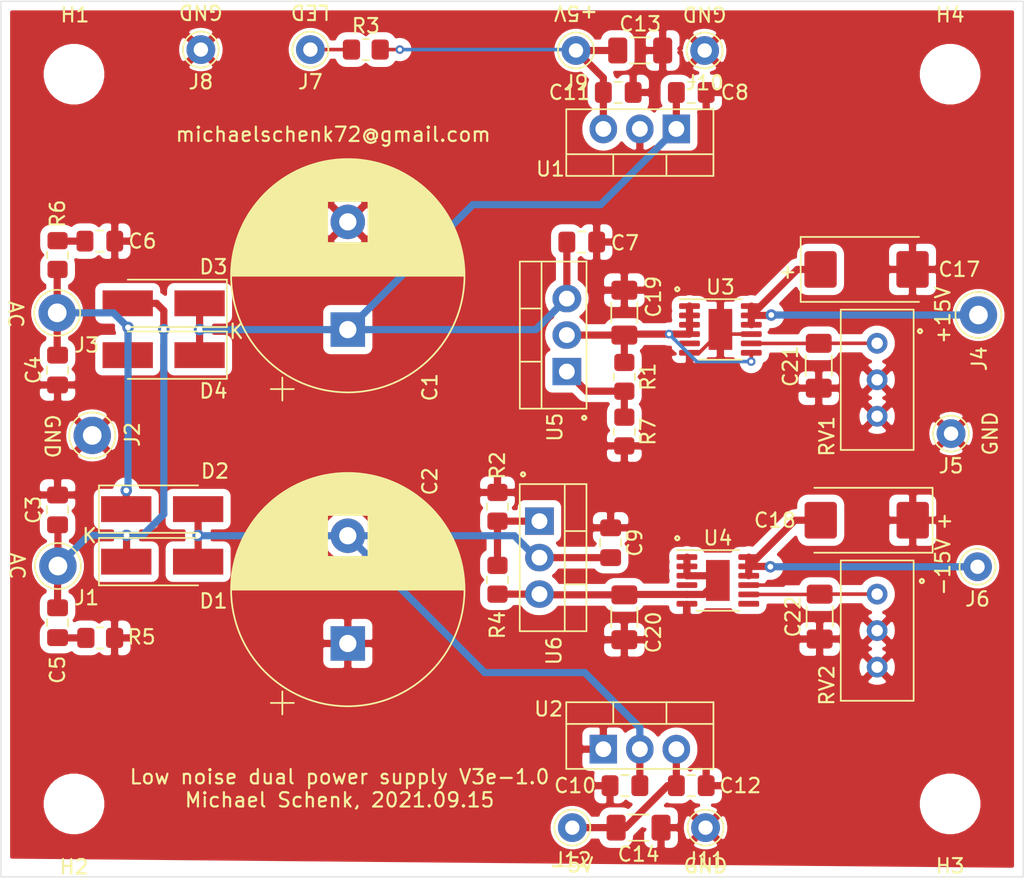
<source format=kicad_pcb>
(kicad_pcb (version 20171130) (host pcbnew "(5.1.10-1-10_14)")
  (layers (0 F.Cu signal) (31 B.Cu signal) (34 B.Paste user) (35 F.Paste user) (36 B.SilkS user) (37 F.SilkS user) (38 B.Mask user) (39 F.Mask user) (44 Edge.Cuts user))
  (net 0 "")
  (net 1 GND)
  (net 2 "Net-(C1-Pad1)")
  (net 3 "Net-(C4-Pad2)")
  (net 4 "Net-(C10-Pad2)")
  (net 5 "Net-(C11-Pad1)")
  (net 6 "Net-(C12-Pad2)")
  (net 7 "Net-(J7-Pad1)")
  (net 8 "Net-(C17-Pad1)")
  (net 9 "Net-(C18-Pad2)")
  (net 10 "Net-(C3-Pad1)")
  (net 11 "Net-(C5-Pad2)")
  (net 12 "Net-(C6-Pad2)")
  (net 13 "Net-(C19-Pad1)")
  (net 14 "Net-(C20-Pad2)")
  (net 15 "Net-(C21-Pad1)")
  (net 16 "Net-(C22-Pad2)")
  (net 17 "Net-(R1-Pad2)")
  (net 18 "Net-(R2-Pad2)")
  (module Connector_Pin:Pin_D1.0mm_L10.0mm (layer F.Cu) (at 119.761 85.471)
    (fp_text reference J12 (at 0 2.25) (layer F.SilkS))
    (fp_text value -5V)
    (pad 1 thru_hole circle (at 0 0) (size 2 2) (drill 1) (layers *.Cu *.Mask) (net 6 "Net-(C12-Pad2)"))
  )
  (module Connector_Pin:Pin_D1.0mm_L10.0mm (layer F.Cu) (at 129.032 85.471)
    (fp_text reference J11 (at 0 2.25) (layer F.SilkS))
    (fp_text value GND)
    (pad 1 thru_hole circle (at 0 0) (size 2 2) (drill 1) (layers *.Cu *.Mask) (net 1 GND))
  )
  (module Connector_Pin:Pin_D1.0mm_L10.0mm (layer F.Cu) (at 128.9685 31.369)
    (fp_text reference J10 (at 0 2.25) (layer F.SilkS))
    (fp_text value GND)
    (pad 1 thru_hole circle (at 0 0) (size 2 2) (drill 1) (layers *.Cu *.Mask) (net 1 GND))
  )
  (module Connector_Pin:Pin_D1.0mm_L10.0mm (layer F.Cu) (at 120.015 31.369)
    (fp_text reference J9 (at 0 2.25) (layer F.SilkS))
    (fp_text value +5V)
    (pad 1 thru_hole circle (at 0 0) (size 2 2) (drill 1) (layers *.Cu *.Mask) (net 5 "Net-(C11-Pad1)"))
  )
  (module Connector_Pin:Pin_D1.0mm_L10.0mm (layer F.Cu) (at 93.9165 31.3055)
    (fp_text reference J8 (at 0 2.25) (layer F.SilkS))
    (fp_text value GND)
    (pad 1 thru_hole circle (at 0 0) (size 2 2) (drill 1) (layers *.Cu *.Mask) (net 1 GND))
  )
  (module Connector_Pin:Pin_D1.0mm_L10.0mm (layer F.Cu) (at 101.5365 31.3055)
    (fp_text reference J7 (at 0 2.25) (layer F.SilkS))
    (fp_text value LED)
    (pad 1 thru_hole circle (at 0 0) (size 2 2) (drill 1) (layers *.Cu *.Mask) (net 7 "Net-(J7-Pad1)"))
  )
  (module Connector_Pin:Pin_D1.0mm_L10.0mm (layer F.Cu) (at 147.955 67.31)
    (fp_text reference J6 (at 0 2.25) (layer F.SilkS))
    (fp_text value -15V)
    (pad 1 thru_hole circle (at 0 0) (size 2 2) (drill 1) (layers *.Cu *.Mask) (net 9 "Net-(C18-Pad2)"))
  )
  (module Connector_Pin:Pin_D1.0mm_L10.0mm (layer F.Cu) (at 146.1135 58.039)
    (fp_text reference J5 (at 0 2.25) (layer F.SilkS))
    (fp_text value GND)
    (pad 1 thru_hole circle (at 0 0) (size 2 2) (drill 1) (layers *.Cu *.Mask) (net 1 GND))
  )
  (module Resistor_SMD:R_0805_2012Metric_Pad1.20x1.40mm_HandSolder (layer F.Cu) (at 114.554 68.215 270)
    (fp_text reference R4 (at 3.159 0 90) (layer F.SilkS))
    (fp_text value 270R)
    (pad 2 smd roundrect (at 1 0 270) (size 1.2 1.4) (layers F.Cu F.Paste F.Mask) (roundrect_rratio 0.2083325) (net 14 "Net-(C20-Pad2)"))
    (pad 1 smd roundrect (at -1 0 270) (size 1.2 1.4) (layers F.Cu F.Paste F.Mask) (roundrect_rratio 0.2083325) (net 18 "Net-(R2-Pad2)"))
  )
  (module Resistor_SMD:R_0805_2012Metric_Pad1.20x1.40mm_HandSolder (layer F.Cu) (at 114.554 63.135 270)
    (fp_text reference R2 (at -2.8735 0 90) (layer F.SilkS))
    (fp_text value 3k3)
    (pad 2 smd roundrect (at 1 0 270) (size 1.2 1.4) (layers F.Cu F.Paste F.Mask) (roundrect_rratio 0.2083325) (net 18 "Net-(R2-Pad2)"))
    (pad 1 smd roundrect (at -1 0 270) (size 1.2 1.4) (layers F.Cu F.Paste F.Mask) (roundrect_rratio 0.2083325) (net 1 GND))
  )
  (module Package_TO_SOT_THT:TO-220-3_Vertical (layer F.Cu) (at 117.475 64.135 270)
    (fp_text reference U6 (at 9.017 -1.016 90) (layer F.SilkS))
    (fp_text value LM337_TO220)
    (pad 3 thru_hole oval (at 5.08 0 270) (size 1.905 2) (drill 1.1) (layers *.Cu *.Mask) (net 14 "Net-(C20-Pad2)"))
    (pad 2 thru_hole oval (at 2.54 0 270) (size 1.905 2) (drill 1.1) (layers *.Cu *.Mask) (net 4 "Net-(C10-Pad2)"))
    (pad 1 thru_hole rect (at 0 0 270) (size 1.905 2) (drill 1.1) (layers *.Cu *.Mask) (net 18 "Net-(R2-Pad2)"))
  )
  (module Package_TO_SOT_THT:TO-220-3_Vertical (layer F.Cu) (at 119.38 53.721 90)
    (fp_text reference U5 (at -3.8735 -0.8255 90) (layer F.SilkS))
    (fp_text value LM317_TO-220)
    (pad 3 thru_hole oval (at 5.08 0 90) (size 1.905 2) (drill 1.1) (layers *.Cu *.Mask) (net 2 "Net-(C1-Pad1)"))
    (pad 2 thru_hole oval (at 2.54 0 90) (size 1.905 2) (drill 1.1) (layers *.Cu *.Mask) (net 13 "Net-(C19-Pad1)"))
    (pad 1 thru_hole rect (at 0 0 90) (size 1.905 2) (drill 1.1) (layers *.Cu *.Mask) (net 17 "Net-(R1-Pad2)"))
  )
  (module Resistor_SMD:R_0805_2012Metric_Pad1.20x1.40mm_HandSolder (layer F.Cu) (at 123.3805 57.896 270)
    (fp_text reference R7 (at 0 -1.65 90) (layer F.SilkS))
    (fp_text value 3k3)
    (pad 2 smd roundrect (at 1 0 270) (size 1.2 1.4) (layers F.Cu F.Paste F.Mask) (roundrect_rratio 0.2083325) (net 1 GND))
    (pad 1 smd roundrect (at -1 0 270) (size 1.2 1.4) (layers F.Cu F.Paste F.Mask) (roundrect_rratio 0.2083325) (net 17 "Net-(R1-Pad2)"))
  )
  (module Resistor_SMD:R_0805_2012Metric_Pad1.20x1.40mm_HandSolder (layer F.Cu) (at 123.3805 54.086 270)
    (fp_text reference R1 (at 0 -1.65 90) (layer F.SilkS))
    (fp_text value 270R)
    (pad 2 smd roundrect (at 1 0 270) (size 1.2 1.4) (layers F.Cu F.Paste F.Mask) (roundrect_rratio 0.2083325) (net 17 "Net-(R1-Pad2)"))
    (pad 1 smd roundrect (at -1 0 270) (size 1.2 1.4) (layers F.Cu F.Paste F.Mask) (roundrect_rratio 0.2083325) (net 13 "Net-(C19-Pad1)"))
  )
  (module Capacitor_SMD:C_1206_3216Metric_Pad1.33x1.80mm_HandSolder (layer F.Cu) (at 124.3715 85.471 180)
    (fp_text reference C14 (at 0 -1.85) (layer F.SilkS))
    (fp_text value 10uF/25V)
    (pad 2 smd roundrect (at 1.5625 0 180) (size 1.325 1.8) (layers F.Cu F.Paste F.Mask) (roundrect_rratio 0.1886777358490566) (net 6 "Net-(C12-Pad2)"))
    (pad 1 smd roundrect (at -1.5625 0 180) (size 1.325 1.8) (layers F.Cu F.Paste F.Mask) (roundrect_rratio 0.1886777358490566) (net 1 GND))
  )
  (module Capacitor_SMD:C_1206_3216Metric_Pad1.33x1.80mm_HandSolder (layer F.Cu) (at 124.485 31.369)
    (fp_text reference C13 (at 0 -1.85) (layer F.SilkS))
    (fp_text value 10uF/25V)
    (pad 2 smd roundrect (at 1.5625 0) (size 1.325 1.8) (layers F.Cu F.Paste F.Mask) (roundrect_rratio 0.1886777358490566) (net 1 GND))
    (pad 1 smd roundrect (at -1.5625 0) (size 1.325 1.8) (layers F.Cu F.Paste F.Mask) (roundrect_rratio 0.1886777358490566) (net 5 "Net-(C11-Pad1)"))
  )
  (module Capacitor_SMD:C_0805_2012Metric_Pad1.18x1.45mm_HandSolder (layer F.Cu) (at 122.9575 34.29)
    (fp_text reference C11 (at -3.387 0) (layer F.SilkS))
    (fp_text value 100nF)
    (pad 2 smd roundrect (at 1.0375 0) (size 1.175 1.45) (layers F.Cu F.Paste F.Mask) (roundrect_rratio 0.2127659574468085) (net 1 GND))
    (pad 1 smd roundrect (at -1.0375 0) (size 1.175 1.45) (layers F.Cu F.Paste F.Mask) (roundrect_rratio 0.2127659574468085) (net 5 "Net-(C11-Pad1)"))
  )
  (module Resistor_SMD:R_0805_2012Metric_Pad1.20x1.40mm_HandSolder (layer F.Cu) (at 83.947 45.609 270)
    (fp_text reference R6 (at -2.8735 0 90) (layer F.SilkS))
    (fp_text value Rs/1/8W)
    (pad 2 smd roundrect (at 1 0 270) (size 1.2 1.4) (layers F.Cu F.Paste F.Mask) (roundrect_rratio 0.2083325) (net 3 "Net-(C4-Pad2)"))
    (pad 1 smd roundrect (at -1 0 270) (size 1.2 1.4) (layers F.Cu F.Paste F.Mask) (roundrect_rratio 0.2083325) (net 12 "Net-(C6-Pad2)"))
  )
  (module Resistor_SMD:R_0805_2012Metric_Pad1.20x1.40mm_HandSolder (layer F.Cu) (at 86.9155 72.263)
    (fp_text reference R5 (at 2.8735 -0.0635) (layer F.SilkS))
    (fp_text value Rs/1/8W)
    (pad 2 smd roundrect (at 1 0) (size 1.2 1.4) (layers F.Cu F.Paste F.Mask) (roundrect_rratio 0.2083325) (net 1 GND))
    (pad 1 smd roundrect (at -1 0) (size 1.2 1.4) (layers F.Cu F.Paste F.Mask) (roundrect_rratio 0.2083325) (net 11 "Net-(C5-Pad2)"))
  )
  (module Capacitor_SMD:C_1206_3216Metric_Pad1.33x1.80mm_HandSolder (layer F.Cu) (at 136.9695 70.7775 90)
    (fp_text reference C22 (at 0 -1.85 90) (layer F.SilkS))
    (fp_text value 4.7uF/25V)
    (pad 2 smd roundrect (at 1.5625 0 90) (size 1.325 1.8) (layers F.Cu F.Paste F.Mask) (roundrect_rratio 0.1886777358490566) (net 16 "Net-(C22-Pad2)"))
    (pad 1 smd roundrect (at -1.5625 0 90) (size 1.325 1.8) (layers F.Cu F.Paste F.Mask) (roundrect_rratio 0.1886777358490566) (net 1 GND))
  )
  (module Capacitor_SMD:C_1206_3216Metric_Pad1.33x1.80mm_HandSolder (layer F.Cu) (at 136.906 53.315 270)
    (fp_text reference C21 (at 0.025 1.9685 90) (layer F.SilkS))
    (fp_text value 4.7uF/25V)
    (pad 2 smd roundrect (at 1.5625 0 270) (size 1.325 1.8) (layers F.Cu F.Paste F.Mask) (roundrect_rratio 0.1886777358490566) (net 1 GND))
    (pad 1 smd roundrect (at -1.5625 0 270) (size 1.325 1.8) (layers F.Cu F.Paste F.Mask) (roundrect_rratio 0.1886777358490566) (net 15 "Net-(C21-Pad1)"))
  )
  (module Capacitor_SMD:C_1206_3216Metric_Pad1.33x1.80mm_HandSolder (layer F.Cu) (at 123.3805 70.8275 90)
    (fp_text reference C20 (at -1.0545 2.032 90) (layer F.SilkS))
    (fp_text value 4.7uF/25V)
    (pad 2 smd roundrect (at 1.5625 0 90) (size 1.325 1.8) (layers F.Cu F.Paste F.Mask) (roundrect_rratio 0.1886777358490566) (net 14 "Net-(C20-Pad2)"))
    (pad 1 smd roundrect (at -1.5625 0 90) (size 1.325 1.8) (layers F.Cu F.Paste F.Mask) (roundrect_rratio 0.1886777358490566) (net 1 GND))
  )
  (module Capacitor_SMD:C_1206_3216Metric_Pad1.33x1.80mm_HandSolder (layer F.Cu) (at 123.3805 49.6185 90)
    (fp_text reference C19 (at 1.1045 2.032 90) (layer F.SilkS))
    (fp_text value 4.7uF/25V)
    (pad 2 smd roundrect (at 1.5625 0 90) (size 1.325 1.8) (layers F.Cu F.Paste F.Mask) (roundrect_rratio 0.1886777358490566) (net 1 GND))
    (pad 1 smd roundrect (at -1.5625 0 90) (size 1.325 1.8) (layers F.Cu F.Paste F.Mask) (roundrect_rratio 0.1886777358490566) (net 13 "Net-(C19-Pad1)"))
  )
  (module Capacitor_SMD:C_0805_2012Metric_Pad1.18x1.45mm_HandSolder (layer F.Cu) (at 122.428 65.6375 270)
    (fp_text reference C9 (at 0 -1.68 90) (layer F.SilkS))
    (fp_text value 330nF)
    (pad 2 smd roundrect (at 1.0375 0 270) (size 1.175 1.45) (layers F.Cu F.Paste F.Mask) (roundrect_rratio 0.2127659574468085) (net 4 "Net-(C10-Pad2)"))
    (pad 1 smd roundrect (at -1.0375 0 270) (size 1.175 1.45) (layers F.Cu F.Paste F.Mask) (roundrect_rratio 0.2127659574468085) (net 1 GND))
  )
  (module Capacitor_SMD:C_0805_2012Metric_Pad1.18x1.45mm_HandSolder (layer F.Cu) (at 120.4175 44.704)
    (fp_text reference C7 (at 3.006 0.0635) (layer F.SilkS))
    (fp_text value 330nF)
    (pad 2 smd roundrect (at 1.0375 0) (size 1.175 1.45) (layers F.Cu F.Paste F.Mask) (roundrect_rratio 0.2127659574468085) (net 1 GND))
    (pad 1 smd roundrect (at -1.0375 0) (size 1.175 1.45) (layers F.Cu F.Paste F.Mask) (roundrect_rratio 0.2127659574468085) (net 2 "Net-(C1-Pad1)"))
  )
  (module Capacitor_SMD:C_0805_2012Metric_Pad1.18x1.45mm_HandSolder (layer F.Cu) (at 86.8895 44.6405 180)
    (fp_text reference C6 (at -2.963 0) (layer F.SilkS))
    (fp_text value Cs/50V)
    (pad 2 smd roundrect (at 1.0375 0 180) (size 1.175 1.45) (layers F.Cu F.Paste F.Mask) (roundrect_rratio 0.2127659574468085) (net 12 "Net-(C6-Pad2)"))
    (pad 1 smd roundrect (at -1.0375 0 180) (size 1.175 1.45) (layers F.Cu F.Paste F.Mask) (roundrect_rratio 0.2127659574468085) (net 1 GND))
  )
  (module Capacitor_SMD:C_0805_2012Metric_Pad1.18x1.45mm_HandSolder (layer F.Cu) (at 83.947 71.205 270)
    (fp_text reference C5 (at 3.2805 0 90) (layer F.SilkS))
    (fp_text value Cs/50V)
    (pad 2 smd roundrect (at 1.0375 0 270) (size 1.175 1.45) (layers F.Cu F.Paste F.Mask) (roundrect_rratio 0.2127659574468085) (net 11 "Net-(C5-Pad2)"))
    (pad 1 smd roundrect (at -1.0375 0 270) (size 1.175 1.45) (layers F.Cu F.Paste F.Mask) (roundrect_rratio 0.2127659574468085) (net 10 "Net-(C3-Pad1)"))
  )
  (module Capacitor_SMD:C_0805_2012Metric_Pad1.18x1.45mm_HandSolder (layer F.Cu) (at 83.947 53.6155 90)
    (fp_text reference C4 (at 0 -1.68 90) (layer F.SilkS))
    (fp_text value Cx/10nF/50V)
    (pad 2 smd roundrect (at 1.0375 0 90) (size 1.175 1.45) (layers F.Cu F.Paste F.Mask) (roundrect_rratio 0.2127659574468085) (net 3 "Net-(C4-Pad2)"))
    (pad 1 smd roundrect (at -1.0375 0 90) (size 1.175 1.45) (layers F.Cu F.Paste F.Mask) (roundrect_rratio 0.2127659574468085) (net 1 GND))
  )
  (module Capacitor_SMD:C_0805_2012Metric_Pad1.18x1.45mm_HandSolder (layer F.Cu) (at 83.947 63.3515 90)
    (fp_text reference C3 (at 0 -1.68 90) (layer F.SilkS))
    (fp_text value Cx/10nF/50V)
    (pad 2 smd roundrect (at 1.0375 0 90) (size 1.175 1.45) (layers F.Cu F.Paste F.Mask) (roundrect_rratio 0.2127659574468085) (net 1 GND))
    (pad 1 smd roundrect (at -1.0375 0 90) (size 1.175 1.45) (layers F.Cu F.Paste F.Mask) (roundrect_rratio 0.2127659574468085) (net 10 "Net-(C3-Pad1)"))
  )
  (module Capacitor_Tantalum_SMD:CP_EIA-7343-31_Kemet-D_Pad2.25x2.55mm_HandSolder (layer F.Cu) (at 140.2465 64.0715 180)
    (fp_text reference C18 (at 6.3885 0) (layer F.SilkS))
    (fp_text value 33uF)
    (pad 2 smd roundrect (at 3.2 0 180) (size 2.25 2.55) (layers F.Cu F.Paste F.Mask) (roundrect_rratio 0.1111106666666667) (net 9 "Net-(C18-Pad2)"))
    (pad 1 smd roundrect (at -3.2 0 180) (size 2.25 2.55) (layers F.Cu F.Paste F.Mask) (roundrect_rratio 0.1111106666666667) (net 1 GND))
  )
  (module Capacitor_Tantalum_SMD:CP_EIA-7343-31_Kemet-D_Pad2.25x2.55mm_HandSolder (layer F.Cu) (at 140.233 46.609)
    (fp_text reference C17 (at 6.452 0) (layer F.SilkS))
    (fp_text value 33uF)
    (pad 2 smd roundrect (at 3.2 0) (size 2.25 2.55) (layers F.Cu F.Paste F.Mask) (roundrect_rratio 0.1111106666666667) (net 1 GND))
    (pad 1 smd roundrect (at -3.2 0) (size 2.25 2.55) (layers F.Cu F.Paste F.Mask) (roundrect_rratio 0.1111106666666667) (net 8 "Net-(C17-Pad1)"))
  )
  (module Package_TO_SOT_THT:TO-220-3_Vertical (layer F.Cu) (at 121.92 80.01)
    (fp_text reference U2 (at -3.81 -2.794) (layer F.SilkS))
    (fp_text value LM7905_TO220)
    (pad 3 thru_hole oval (at 5.08 0) (size 1.905 2) (drill 1.1) (layers *.Cu *.Mask) (net 6 "Net-(C12-Pad2)"))
    (pad 2 thru_hole oval (at 2.54 0) (size 1.905 2) (drill 1.1) (layers *.Cu *.Mask) (net 4 "Net-(C10-Pad2)"))
    (pad 1 thru_hole rect (at 0 0) (size 1.905 2) (drill 1.1) (layers *.Cu *.Mask) (net 1 GND))
  )
  (module Package_TO_SOT_THT:TO-220-3_Vertical (layer F.Cu) (at 127 36.83 180)
    (fp_text reference U1 (at 8.763 -2.794) (layer F.SilkS))
    (fp_text value LM7805_TO220)
    (pad 3 thru_hole oval (at 5.08 0 180) (size 1.905 2) (drill 1.1) (layers *.Cu *.Mask) (net 5 "Net-(C11-Pad1)"))
    (pad 2 thru_hole oval (at 2.54 0 180) (size 1.905 2) (drill 1.1) (layers *.Cu *.Mask) (net 1 GND))
    (pad 1 thru_hole rect (at 0 0 180) (size 1.905 2) (drill 1.1) (layers *.Cu *.Mask) (net 2 "Net-(C1-Pad1)"))
  )
  (module Diode_SMD:D_SMA_Handsoldering (layer F.Cu) (at 91.3276 52.578 180)
    (fp_text reference D4 (at -3.4652 -2.5) (layer F.SilkS))
    (fp_text value BYG20D)
    (pad 2 smd rect (at 2.5 0 180) (size 3.5 1.8) (layers F.Cu F.Paste F.Mask) (net 3 "Net-(C4-Pad2)"))
    (pad 1 smd rect (at -2.5 0 180) (size 3.5 1.8) (layers F.Cu F.Paste F.Mask) (net 2 "Net-(C1-Pad1)"))
  )
  (module Diode_SMD:D_SMA_Handsoldering (layer F.Cu) (at 91.3276 48.9712 180)
    (fp_text reference D3 (at -3.4652 2.54) (layer F.SilkS))
    (fp_text value BYG20D)
    (pad 2 smd rect (at 2.5 0 180) (size 3.5 1.8) (layers F.Cu F.Paste F.Mask) (net 10 "Net-(C3-Pad1)"))
    (pad 1 smd rect (at -2.5 0 180) (size 3.5 1.8) (layers F.Cu F.Paste F.Mask) (net 2 "Net-(C1-Pad1)"))
  )
  (module Diode_SMD:D_SMA_Handsoldering (layer F.Cu) (at 91.226 63.2968)
    (fp_text reference D2 (at 3.6684 -2.6416) (layer F.SilkS))
    (fp_text value BYG20D)
    (pad 2 smd rect (at 2.5 0) (size 3.5 1.8) (layers F.Cu F.Paste F.Mask) (net 4 "Net-(C10-Pad2)"))
    (pad 1 smd rect (at -2.5 0) (size 3.5 1.8) (layers F.Cu F.Paste F.Mask) (net 3 "Net-(C4-Pad2)"))
  )
  (module Diode_SMD:D_SMA_Handsoldering (layer F.Cu) (at 91.226 66.9544)
    (fp_text reference D1 (at 3.5668 2.7432) (layer F.SilkS))
    (fp_text value BYG20D)
    (pad 2 smd rect (at 2.5 0) (size 3.5 1.8) (layers F.Cu F.Paste F.Mask) (net 4 "Net-(C10-Pad2)"))
    (pad 1 smd rect (at -2.5 0) (size 3.5 1.8) (layers F.Cu F.Paste F.Mask) (net 10 "Net-(C3-Pad1)"))
  )
  (module Package_SO:MSOP-12-1EP_3x4mm_P0.65mm_EP1.65x2.85mm (layer F.Cu) (at 129.8866 68.2619)
    (fp_text reference U4 (at 0 -2.95) (layer F.SilkS))
    (fp_text value LT3094xMSE)
    (pad 13 smd rect (at 0 0) (size 1.65 2.85) (layers F.Cu F.Mask) (net 14 "Net-(C20-Pad2)"))
    (pad 12 smd roundrect (at 2.15 -1.625) (size 1.45 0.4) (layers F.Cu F.Paste F.Mask) (net 9 "Net-(C18-Pad2)"))
    (pad 11 smd roundrect (at 2.15 -0.975) (size 1.45 0.4) (layers F.Cu F.Paste F.Mask) (net 9 "Net-(C18-Pad2)"))
    (pad 10 smd roundrect (at 2.15 -0.325) (size 1.45 0.4) (layers F.Cu F.Paste F.Mask) (net 9 "Net-(C18-Pad2)"))
    (pad 9 smd roundrect (at 2.15 0.325) (size 1.45 0.4) (layers F.Cu F.Paste F.Mask) (net 1 GND))
    (pad 8 smd roundrect (at 2.15 0.975) (size 1.45 0.4) (layers F.Cu F.Paste F.Mask) (net 16 "Net-(C22-Pad2)"))
    (pad 7 smd roundrect (at 2.15 1.625) (size 1.45 0.4) (layers F.Cu F.Paste F.Mask))
    (pad 6 smd roundrect (at -2.15 1.625) (size 1.45 0.4) (layers F.Cu F.Paste F.Mask) (net 1 GND))
    (pad 5 smd roundrect (at -2.15 0.975) (size 1.45 0.4) (layers F.Cu F.Paste F.Mask) (net 14 "Net-(C20-Pad2)"))
    (pad 4 smd roundrect (at -2.15 0.325) (size 1.45 0.4) (layers F.Cu F.Paste F.Mask))
    (pad 3 smd roundrect (at -2.15 -0.325) (size 1.45 0.4) (layers F.Cu F.Paste F.Mask) (net 14 "Net-(C20-Pad2)"))
    (pad 2 smd roundrect (at -2.15 -0.975) (size 1.45 0.4) (layers F.Cu F.Paste F.Mask) (net 14 "Net-(C20-Pad2)"))
    (pad 1 smd roundrect (at -2.15 -1.625) (size 1.45 0.4) (layers F.Cu F.Paste F.Mask) (net 14 "Net-(C20-Pad2)"))
  )
  (module Capacitor_THT:CP_Radial_D16.0mm_P7.50mm (layer F.Cu) (at 104.14 72.651 90)
    (fp_text reference C2 (at 11.2846 5.715 90) (layer F.SilkS))
    (fp_text value 2200uF)
    (pad 2 thru_hole circle (at 7.5 0 90) (size 2.4 2.4) (drill 1.2) (layers *.Cu *.Mask) (net 4 "Net-(C10-Pad2)"))
    (pad 1 thru_hole rect (at 0 0 90) (size 2.4 2.4) (drill 1.2) (layers *.Cu *.Mask) (net 1 GND))
  )
  (module Capacitor_THT:CP_Radial_D16.0mm_P7.50mm (layer F.Cu) (at 104.14 50.8 90)
    (fp_text reference C1 (at -4.0132 5.715 90) (layer F.SilkS))
    (fp_text value 2200uF)
    (pad 2 thru_hole circle (at 7.5 0 90) (size 2.4 2.4) (drill 1.2) (layers *.Cu *.Mask) (net 1 GND))
    (pad 1 thru_hole rect (at 0 0 90) (size 2.4 2.4) (drill 1.2) (layers *.Cu *.Mask) (net 2 "Net-(C1-Pad1)"))
  )
  (module Resistor_SMD:R_0805_2012Metric_Pad1.20x1.40mm_HandSolder (layer F.Cu) (at 105.394 31.3055)
    (fp_text reference R3 (at 0 -1.65) (layer F.SilkS))
    (fp_text value 240R)
    (pad 2 smd roundrect (at 1 0) (size 1.2 1.4) (layers F.Cu F.Paste F.Mask) (roundrect_rratio 0.2083325) (net 5 "Net-(C11-Pad1)"))
    (pad 1 smd roundrect (at -1 0) (size 1.2 1.4) (layers F.Cu F.Paste F.Mask) (roundrect_rratio 0.2083325) (net 7 "Net-(J7-Pad1)"))
  )
  (module Capacitor_SMD:C_0805_2012Metric_Pad1.18x1.45mm_HandSolder (layer F.Cu) (at 128.0375 82.55 180)
    (fp_text reference C12 (at -3.4075 0) (layer F.SilkS))
    (fp_text value 100nF)
    (pad 2 smd roundrect (at 1.0375 0 180) (size 1.175 1.45) (layers F.Cu F.Paste F.Mask) (roundrect_rratio 0.2127659574468085) (net 6 "Net-(C12-Pad2)"))
    (pad 1 smd roundrect (at -1.0375 0 180) (size 1.175 1.45) (layers F.Cu F.Paste F.Mask) (roundrect_rratio 0.2127659574468085) (net 1 GND))
  )
  (module Capacitor_SMD:C_0805_2012Metric_Pad1.18x1.45mm_HandSolder (layer F.Cu) (at 123.4225 82.55)
    (fp_text reference C10 (at -3.471 0) (layer F.SilkS))
    (fp_text value 330nF)
    (pad 2 smd roundrect (at 1.0375 0) (size 1.175 1.45) (layers F.Cu F.Paste F.Mask) (roundrect_rratio 0.2127659574468085) (net 4 "Net-(C10-Pad2)"))
    (pad 1 smd roundrect (at -1.0375 0) (size 1.175 1.45) (layers F.Cu F.Paste F.Mask) (roundrect_rratio 0.2127659574468085) (net 1 GND))
  )
  (module Capacitor_SMD:C_0805_2012Metric_Pad1.18x1.45mm_HandSolder (layer F.Cu) (at 128.0375 34.29)
    (fp_text reference C8 (at 3.0265 0) (layer F.SilkS))
    (fp_text value 330nF)
    (pad 2 smd roundrect (at 1.0375 0) (size 1.175 1.45) (layers F.Cu F.Paste F.Mask) (roundrect_rratio 0.2127659574468085) (net 1 GND))
    (pad 1 smd roundrect (at -1.0375 0) (size 1.175 1.45) (layers F.Cu F.Paste F.Mask) (roundrect_rratio 0.2127659574468085) (net 2 "Net-(C1-Pad1)"))
  )
  (module Potentiometer_THT:Potentiometer_Bourns_3296W_Vertical (layer F.Cu) (at 140.97 69.215 90)
    (fp_text reference RV2 (at -6.35 -3.4925 90) (layer F.SilkS))
    (fp_text value 200k)
    (pad 3 thru_hole circle (at -5.08 0 90) (size 1.44 1.44) (drill 0.8) (layers *.Cu *.Mask) (net 1 GND))
    (pad 2 thru_hole circle (at -2.54 0 90) (size 1.44 1.44) (drill 0.8) (layers *.Cu *.Mask) (net 1 GND))
    (pad 1 thru_hole circle (at 0 0 90) (size 1.44 1.44) (drill 0.8) (layers *.Cu *.Mask) (net 16 "Net-(C22-Pad2)"))
  )
  (module Package_SO:MSOP-12-1EP_3x4mm_P0.65mm_EP1.65x2.85mm (layer F.Cu) (at 130.0644 50.7879)
    (fp_text reference U3 (at 0 -2.95) (layer F.SilkS))
    (fp_text value LT3045xMSE)
    (pad 13 smd rect (at 0 0) (size 1.65 2.85) (layers F.Cu F.Mask) (net 1 GND))
    (pad 12 smd roundrect (at 2.15 -1.625) (size 1.45 0.4) (layers F.Cu F.Paste F.Mask) (net 8 "Net-(C17-Pad1)"))
    (pad 11 smd roundrect (at 2.15 -0.975) (size 1.45 0.4) (layers F.Cu F.Paste F.Mask) (net 8 "Net-(C17-Pad1)"))
    (pad 10 smd roundrect (at 2.15 -0.325) (size 1.45 0.4) (layers F.Cu F.Paste F.Mask) (net 8 "Net-(C17-Pad1)"))
    (pad 9 smd roundrect (at 2.15 0.325) (size 1.45 0.4) (layers F.Cu F.Paste F.Mask) (net 1 GND))
    (pad 8 smd roundrect (at 2.15 0.975) (size 1.45 0.4) (layers F.Cu F.Paste F.Mask) (net 15 "Net-(C21-Pad1)"))
    (pad 7 smd roundrect (at 2.15 1.625) (size 1.45 0.4) (layers F.Cu F.Paste F.Mask) (net 13 "Net-(C19-Pad1)"))
    (pad 6 smd roundrect (at -2.15 1.625) (size 1.45 0.4) (layers F.Cu F.Paste F.Mask) (net 1 GND))
    (pad 5 smd roundrect (at -2.15 0.975) (size 1.45 0.4) (layers F.Cu F.Paste F.Mask))
    (pad 4 smd roundrect (at -2.15 0.325) (size 1.45 0.4) (layers F.Cu F.Paste F.Mask) (net 13 "Net-(C19-Pad1)"))
    (pad 3 smd roundrect (at -2.15 -0.325) (size 1.45 0.4) (layers F.Cu F.Paste F.Mask) (net 13 "Net-(C19-Pad1)"))
    (pad 2 smd roundrect (at -2.15 -0.975) (size 1.45 0.4) (layers F.Cu F.Paste F.Mask) (net 13 "Net-(C19-Pad1)"))
    (pad 1 smd roundrect (at -2.15 -1.625) (size 1.45 0.4) (layers F.Cu F.Paste F.Mask) (net 13 "Net-(C19-Pad1)"))
  )
  (module Potentiometer_THT:Potentiometer_Bourns_3296W_Vertical (layer F.Cu) (at 140.97 51.7525 90)
    (fp_text reference RV1 (at -6.477 -3.4925 90) (layer F.SilkS))
    (fp_text value 200k)
    (pad 3 thru_hole circle (at -5.08 0 90) (size 1.44 1.44) (drill 0.8) (layers *.Cu *.Mask) (net 1 GND))
    (pad 2 thru_hole circle (at -2.54 0 90) (size 1.44 1.44) (drill 0.8) (layers *.Cu *.Mask) (net 1 GND))
    (pad 1 thru_hole circle (at 0 0 90) (size 1.44 1.44) (drill 0.8) (layers *.Cu *.Mask) (net 15 "Net-(C21-Pad1)"))
  )
  (module Connector_Pin:Pin_D1.3mm_L11.0mm (layer F.Cu) (at 148.0185 49.784)
    (fp_text reference J4 (at 0.0635 3.048 90) (layer F.SilkS))
    (fp_text value +15V)
    (pad 1 thru_hole circle (at 0 0) (size 2.6 2.6) (drill 1.3) (layers *.Cu *.Mask) (net 8 "Net-(C17-Pad1)"))
  )
  (module Connector_Pin:Pin_D1.3mm_L11.0mm (layer F.Cu) (at 83.9216 49.6316)
    (fp_text reference J3 (at 2.0574 2.2479 180) (layer F.SilkS))
    (fp_text value AC)
    (pad 1 thru_hole circle (at 0 0) (size 2.6 2.6) (drill 1.3) (layers *.Cu *.Mask) (net 3 "Net-(C4-Pad2)"))
  )
  (module Connector_Pin:Pin_D1.3mm_L11.0mm (layer F.Cu) (at 86.36 58.166)
    (fp_text reference J2 (at 2.794 -0.0635 270) (layer F.SilkS))
    (fp_text value GND)
    (pad 1 thru_hole circle (at 0 0) (size 2.6 2.6) (drill 1.3) (layers *.Cu *.Mask) (net 1 GND))
  )
  (module Connector_Pin:Pin_D1.3mm_L11.0mm (layer F.Cu) (at 83.9724 67.2592)
    (fp_text reference J1 (at 2.0066 2.2098) (layer F.SilkS))
    (fp_text value AC)
    (pad 1 thru_hole circle (at 0 0) (size 2.6 2.6) (drill 1.3) (layers *.Cu *.Mask) (net 10 "Net-(C3-Pad1)"))
  )
  (module MountingHole:MountingHole_3.2mm_M3 (layer F.Cu) (at 146.05 33.02)
    (fp_text reference H4 (at 0 -4.1275) (layer F.SilkS))
    (fp_text value MountingHole)
    (pad 1 np_thru_hole circle (at 0 0) (size 3.2 3.2) (drill 3.2) (layers *.Cu *.Mask))
  )
  (module MountingHole:MountingHole_3.2mm_M3 (layer F.Cu) (at 146.05 83.82)
    (fp_text reference H3 (at 0 4.318) (layer F.SilkS))
    (fp_text value MountingHole)
    (pad 1 np_thru_hole circle (at 0 0) (size 3.2 3.2) (drill 3.2) (layers *.Cu *.Mask))
  )
  (module MountingHole:MountingHole_3.2mm_M3 (layer F.Cu) (at 85.09 83.82)
    (fp_text reference H2 (at 0 4.3815) (layer F.SilkS))
    (fp_text value MountingHole)
    (pad 1 np_thru_hole circle (at 0 0) (size 3.2 3.2) (drill 3.2) (layers *.Cu *.Mask))
  )
  (module MountingHole:MountingHole_3.2mm_M3 (layer F.Cu) (at 85.09 33.02)
    (fp_text reference H1 (at 0.0635 -4.1275) (layer F.SilkS))
    (fp_text value MountingHole)
    (pad 1 np_thru_hole circle (at 0 0) (size 3.2 3.2) (drill 3.2) (layers *.Cu *.Mask))
  )
  (gr_text ° (at 116.332 61.2775) (layer F.SilkS) (effects (font (size 1 1))))
  (gr_text ° (at 120.5865 57.3405) (layer F.SilkS) (effects (font (size 1 1))))
  (gr_text + (at 145.669 64.0715) (layer F.SilkS) (effects (font (size 1 1))))
  (gr_text + (at 134.747 46.736) (layer F.SilkS) (effects (font (size 1 1))))
  (gr_text ° (at 144.0815 68.707) (layer F.SilkS) (effects (font (size 1 1))))
  (gr_text ° (at 143.9545 51.308) (layer F.SilkS) (effects (font (size 1 1))))
  (gr_text ° (at 127.0635 65.7225) (layer F.SilkS) (effects (font (size 1 1))))
  (gr_text ° (at 127.0635 48.387) (layer F.SilkS) (effects (font (size 1 1))))
  (gr_text K (at 86.1695 65.151) (layer F.SilkS) (effects (font (size 1 1))))
  (gr_text K (at 96.393 50.927) (layer F.SilkS) (effects (font (size 1 1))))
  (gr_text "Low noise dual power supply V3e-1.0\nMichael Schenk, 2021.09.15" (at 103.5685 82.7405) (layer F.SilkS) (effects (font (size 1 1))))
  (gr_text GND (at 128.9685 28.829 180) (layer F.SilkS) (effects (font (size 1 1))))
  (gr_text +5V (at 120.015 28.7655 180) (layer F.SilkS) (effects (font (size 1 1))))
  (gr_text -5V (at 119.6975 88.0745) (layer F.SilkS) (effects (font (size 1 1))))
  (gr_text GND (at 129.032 88.138) (layer F.SilkS) (effects (font (size 1 1))))
  (gr_text GND (at 93.9165 28.702 180) (layer F.SilkS) (effects (font (size 1 1))))
  (gr_text LED (at 101.5365 28.702 180) (layer F.SilkS) (effects (font (size 1 1))))
  (gr_line (start 80.01 27.94) (end 80.01 88.9) (layer Edge.Cuts) (width 0.05))
  (gr_line (start 151.13 27.94) (end 80.01 27.94) (layer Edge.Cuts) (width 0.05))
  (gr_line (start 151.13 88.9) (end 151.13 27.94) (layer Edge.Cuts) (width 0.05))
  (gr_line (start 80.01 88.9) (end 151.13 88.9) (layer Edge.Cuts) (width 0.05))
  (gr_text michaelschenk72@gmail.com (at 103.124 37.211) (layer F.SilkS) (effects (font (size 1 1))))
  (gr_text GND (at 83.566 58.2295 270) (layer F.SilkS) (effects (font (size 1 1))))
  (gr_text AC (at 81.1276 67.2592 270) (layer F.SilkS) (effects (font (size 1 1))))
  (gr_text AC (at 81.026 49.7332 270) (layer F.SilkS) (effects (font (size 1 1))))
  (gr_text -15V (at 145.542 67.31 90) (layer F.SilkS) (effects (font (size 1 1))))
  (gr_text GND (at 148.844 58.039 90) (layer F.SilkS) (effects (font (size 1 1))))
  (gr_text +15V (at 145.542 49.784 90) (layer F.SilkS) (effects (font (size 1 1))))
  (segment (start 130.0644 50.9879) (end 130.0644 50.7879) (width 0.25) (layer F.Cu) (net 1))
  (segment (start 130.3894 51.1129) (end 130.0644 50.7879) (width 0.25) (layer F.Cu) (net 1))
  (segment (start 132.2144 51.1129) (end 130.3894 51.1129) (width 0.25) (layer F.Cu) (net 1))
  (segment (start 130.0644 50.938958) (end 130.0644 50.7879) (width 0.25) (layer F.Cu) (net 1))
  (segment (start 128.590458 52.4129) (end 130.0644 50.938958) (width 0.25) (layer F.Cu) (net 1))
  (segment (start 127.9144 52.4129) (end 128.590458 52.4129) (width 0.25) (layer F.Cu) (net 1))
  (segment (start 127.7112 69.96231) (end 127.7366 69.93691) (width 0.5) (layer F.Cu) (net 1))
  (segment (start 132.0805 68.6308) (end 132.0366 68.5869) (width 0.25) (layer F.Cu) (net 1))
  (segment (start 127.7112 71.0692) (end 127.7112 69.96231) (width 0.5) (layer F.Cu) (net 1))
  (segment (start 132.0366 68.5869) (end 134.4226 68.5869) (width 0.25) (layer F.Cu) (net 1))
  (segment (start 134.4226 68.5869) (end 136.5885 66.421) (width 0.25) (layer F.Cu) (net 1))
  (segment (start 93.8276 52.244) (end 93.7984 52.2732) (width 0.5) (layer F.Cu) (net 2))
  (via (at 93.8276 50.8) (size 0.8) (drill 0.4) (layers F.Cu B.Cu) (net 2))
  (segment (start 93.8276 50.8) (end 93.8276 48.9712) (width 0.5) (layer F.Cu) (net 2))
  (segment (start 93.8276 50.8) (end 93.8276 52.578) (width 0.5) (layer F.Cu) (net 2))
  (segment (start 104.14 50.8) (end 109.982 50.8) (width 0.5) (layer B.Cu) (net 2))
  (segment (start 127 36.83) (end 127 34.29) (width 0.5) (layer F.Cu) (net 2))
  (segment (start 104.14 50.8) (end 93.8276 50.8) (width 0.5) (layer B.Cu) (net 2))
  (segment (start 119.38 48.641) (end 119.38 44.704) (width 0.5) (layer F.Cu) (net 2))
  (segment (start 117.221 50.8) (end 119.38 48.641) (width 0.5) (layer B.Cu) (net 2))
  (segment (start 109.982 50.8) (end 117.221 50.8) (width 0.5) (layer B.Cu) (net 2))
  (segment (start 121.7295 42.1005) (end 127 36.83) (width 0.5) (layer B.Cu) (net 2))
  (segment (start 112.8395 42.1005) (end 121.7295 42.1005) (width 0.5) (layer B.Cu) (net 2))
  (segment (start 104.14 50.8) (end 112.8395 42.1005) (width 0.5) (layer B.Cu) (net 2))
  (segment (start 88.726 63.2968) (end 88.726 61.9976) (width 0.5) (layer F.Cu) (net 3))
  (segment (start 87.8332 49.6316) (end 88.8492 50.6476) (width 0.5) (layer B.Cu) (net 3))
  (via (at 88.8492 50.6476) (size 0.8) (drill 0.4) (layers F.Cu B.Cu) (net 3))
  (segment (start 83.9216 49.6316) (end 87.8332 49.6316) (width 0.5) (layer B.Cu) (net 3))
  (segment (start 88.8492 52.5564) (end 88.8276 52.578) (width 0.5) (layer F.Cu) (net 3))
  (segment (start 88.8492 50.6476) (end 88.8492 52.5564) (width 0.5) (layer F.Cu) (net 3))
  (via (at 88.726 61.9976) (size 0.8) (drill 0.4) (layers F.Cu B.Cu) (net 3))
  (segment (start 88.8492 61.8744) (end 88.726 61.9976) (width 0.5) (layer B.Cu) (net 3))
  (segment (start 88.8492 50.6476) (end 88.8492 61.8744) (width 0.5) (layer B.Cu) (net 3))
  (segment (start 83.9216 52.5526) (end 83.947 52.578) (width 0.5) (layer F.Cu) (net 3))
  (segment (start 83.9216 49.6316) (end 83.9216 52.5526) (width 0.5) (layer F.Cu) (net 3))
  (segment (start 83.9216 46.6344) (end 83.947 46.609) (width 0.5) (layer F.Cu) (net 3))
  (segment (start 83.9216 49.6316) (end 83.9216 46.6344) (width 0.5) (layer F.Cu) (net 3))
  (via (at 93.726 65.1256) (size 0.8) (drill 0.4) (layers F.Cu B.Cu) (net 4))
  (segment (start 93.726 65.1256) (end 93.726 63.2968) (width 0.5) (layer F.Cu) (net 4))
  (segment (start 93.726 65.1256) (end 93.726 66.9544) (width 0.5) (layer F.Cu) (net 4))
  (segment (start 124.46 82.55) (end 124.46 80.01) (width 0.5) (layer F.Cu) (net 4))
  (segment (start 93.7514 65.151) (end 93.726 65.1256) (width 0.5) (layer B.Cu) (net 4))
  (segment (start 104.14 65.151) (end 93.7514 65.151) (width 0.5) (layer B.Cu) (net 4))
  (segment (start 122.428 66.675) (end 117.475 66.675) (width 0.5) (layer F.Cu) (net 4))
  (segment (start 117.252498 66.675) (end 115.728498 65.151) (width 0.5) (layer B.Cu) (net 4))
  (segment (start 117.475 66.675) (end 117.252498 66.675) (width 0.5) (layer B.Cu) (net 4))
  (segment (start 115.728498 65.151) (end 104.14 65.151) (width 0.5) (layer B.Cu) (net 4))
  (segment (start 104.14 65.151) (end 113.665 74.676) (width 0.5) (layer B.Cu) (net 4))
  (segment (start 124.46 78.51) (end 124.46 80.01) (width 0.5) (layer B.Cu) (net 4))
  (segment (start 120.626 74.676) (end 124.46 78.51) (width 0.5) (layer B.Cu) (net 4))
  (segment (start 113.665 74.676) (end 120.626 74.676) (width 0.5) (layer B.Cu) (net 4))
  (via (at 107.7595 31.3055) (size 0.6) (drill 0.3) (layers F.Cu B.Cu) (net 5))
  (segment (start 106.394 31.3055) (end 107.7595 31.3055) (width 0.25) (layer F.Cu) (net 5))
  (segment (start 119.9515 31.3055) (end 120.015 31.369) (width 0.25) (layer B.Cu) (net 5))
  (segment (start 107.7595 31.3055) (end 119.9515 31.3055) (width 0.25) (layer B.Cu) (net 5))
  (segment (start 121.92 36.83) (end 121.92 34.29) (width 0.5) (layer F.Cu) (net 5))
  (segment (start 120.015 31.369) (end 122.9225 31.369) (width 0.5) (layer F.Cu) (net 5))
  (segment (start 121.92 34.29) (end 121.92 33.274) (width 0.5) (layer F.Cu) (net 5))
  (segment (start 121.92 33.274) (end 120.015 31.369) (width 0.5) (layer F.Cu) (net 5))
  (segment (start 127 82.55) (end 127 80.01) (width 0.5) (layer F.Cu) (net 6))
  (segment (start 126.3925 82.55) (end 127 82.55) (width 0.5) (layer F.Cu) (net 6))
  (segment (start 123.4715 85.471) (end 126.3925 82.55) (width 0.5) (layer F.Cu) (net 6))
  (segment (start 122.809 85.471) (end 123.4715 85.471) (width 0.5) (layer F.Cu) (net 6))
  (segment (start 122.809 85.471) (end 119.761 85.471) (width 0.5) (layer F.Cu) (net 6))
  (segment (start 104.394 31.3055) (end 101.5365 31.3055) (width 0.25) (layer F.Cu) (net 7))
  (segment (start 132.2144 49.1629) (end 132.2144 50.4629) (width 0.5) (layer F.Cu) (net 8))
  (segment (start 147.9931 49.8094) (end 148.0185 49.784) (width 0.5) (layer B.Cu) (net 8))
  (segment (start 135.4183 46.609) (end 132.2144 49.8129) (width 0.5) (layer F.Cu) (net 8))
  (segment (start 137.033 46.609) (end 135.4183 46.609) (width 0.5) (layer F.Cu) (net 8))
  (via (at 133.604 49.784) (size 0.8) (drill 0.4) (layers F.Cu B.Cu) (net 8))
  (segment (start 133.5751 49.8129) (end 133.604 49.784) (width 0.5) (layer F.Cu) (net 8))
  (segment (start 132.2144 49.8129) (end 133.5751 49.8129) (width 0.5) (layer F.Cu) (net 8))
  (segment (start 133.604 49.784) (end 148.0185 49.784) (width 0.5) (layer B.Cu) (net 8))
  (segment (start 132.0385 67.285) (end 132.0366 67.2869) (width 0.5) (layer F.Cu) (net 9))
  (segment (start 132.0366 66.6369) (end 132.0366 67.9369) (width 0.5) (layer F.Cu) (net 9))
  (segment (start 147.9296 67.2846) (end 147.955 67.31) (width 0.5) (layer B.Cu) (net 9))
  (segment (start 135.252 64.0715) (end 132.0366 67.2869) (width 0.5) (layer F.Cu) (net 9))
  (segment (start 137.0465 64.0715) (end 135.252 64.0715) (width 0.5) (layer F.Cu) (net 9))
  (via (at 133.5405 67.31) (size 0.8) (drill 0.4) (layers F.Cu B.Cu) (net 9))
  (segment (start 133.5174 67.2869) (end 133.5405 67.31) (width 0.5) (layer F.Cu) (net 9))
  (segment (start 132.0366 67.2869) (end 133.5174 67.2869) (width 0.5) (layer F.Cu) (net 9))
  (segment (start 133.5405 67.31) (end 147.955 67.31) (width 0.5) (layer B.Cu) (net 9))
  (segment (start 83.9724 67.2592) (end 86.106 65.1256) (width 0.5) (layer B.Cu) (net 10))
  (via (at 88.7476 65.1256) (size 0.8) (drill 0.4) (layers F.Cu B.Cu) (net 10))
  (segment (start 86.106 65.1256) (end 88.7476 65.1256) (width 0.5) (layer B.Cu) (net 10))
  (segment (start 88.7476 66.9328) (end 88.726 66.9544) (width 0.5) (layer F.Cu) (net 10))
  (segment (start 88.7476 65.1256) (end 88.7476 66.9328) (width 0.5) (layer F.Cu) (net 10))
  (segment (start 88.7476 65.1256) (end 89.8652 65.1256) (width 0.5) (layer B.Cu) (net 10))
  (via (at 91.3384 50.8) (size 0.8) (drill 0.4) (layers F.Cu B.Cu) (net 10))
  (segment (start 91.3384 63.6524) (end 91.3384 50.8) (width 0.5) (layer B.Cu) (net 10))
  (segment (start 89.8652 65.1256) (end 91.3384 63.6524) (width 0.5) (layer B.Cu) (net 10))
  (segment (start 91.3384 50.8) (end 91.3384 49.4792) (width 0.5) (layer F.Cu) (net 10))
  (segment (start 90.8304 48.9712) (end 88.8276 48.9712) (width 0.5) (layer F.Cu) (net 10))
  (segment (start 91.3384 49.4792) (end 90.8304 48.9712) (width 0.5) (layer F.Cu) (net 10))
  (segment (start 83.9724 64.4779) (end 83.8835 64.389) (width 0.5) (layer F.Cu) (net 10))
  (segment (start 83.9724 64.4144) (end 83.947 64.389) (width 0.5) (layer F.Cu) (net 10))
  (segment (start 83.9724 67.2592) (end 83.9724 64.4144) (width 0.5) (layer F.Cu) (net 10))
  (segment (start 83.947 67.2846) (end 83.9724 67.2592) (width 0.5) (layer F.Cu) (net 10))
  (segment (start 83.947 70.1675) (end 83.947 67.2846) (width 0.5) (layer F.Cu) (net 10))
  (segment (start 83.9675 72.263) (end 83.947 72.2425) (width 0.5) (layer F.Cu) (net 11))
  (segment (start 85.9155 72.263) (end 83.9675 72.263) (width 0.5) (layer F.Cu) (net 11))
  (segment (start 83.9785 44.6405) (end 83.947 44.609) (width 0.5) (layer F.Cu) (net 12))
  (segment (start 85.852 44.6405) (end 83.9785 44.6405) (width 0.5) (layer F.Cu) (net 12))
  (via (at 132.207 53.0225) (size 0.6) (drill 0.3) (layers F.Cu B.Cu) (net 13))
  (segment (start 132.2144 53.0151) (end 132.207 53.0225) (width 0.25) (layer F.Cu) (net 13))
  (segment (start 132.2144 52.4129) (end 132.2144 53.0151) (width 0.25) (layer F.Cu) (net 13))
  (segment (start 127.826994 51.200306) (end 127.9144 51.1129) (width 0.25) (layer F.Cu) (net 13))
  (segment (start 127.9098 51.1175) (end 127.9144 51.1129) (width 0.25) (layer F.Cu) (net 13))
  (segment (start 127.9136 49.1621) (end 127.9144 49.1629) (width 0.5) (layer F.Cu) (net 13))
  (segment (start 127.9144 49.1629) (end 127.9144 51.1129) (width 0.5) (layer F.Cu) (net 13))
  (segment (start 123.4486 51.1129) (end 123.3805 51.181) (width 0.5) (layer F.Cu) (net 13))
  (via (at 126.4966 51.1129) (size 0.6) (drill 0.3) (layers F.Cu B.Cu) (net 13))
  (segment (start 132.207 53.0225) (end 128.4062 53.0225) (width 0.25) (layer B.Cu) (net 13))
  (segment (start 128.4062 53.0225) (end 126.4966 51.1129) (width 0.25) (layer B.Cu) (net 13))
  (segment (start 127.9144 51.1129) (end 126.4966 51.1129) (width 0.5) (layer F.Cu) (net 13))
  (segment (start 126.4966 51.1129) (end 123.4486 51.1129) (width 0.5) (layer F.Cu) (net 13))
  (segment (start 119.38 51.181) (end 123.3805 51.181) (width 0.5) (layer F.Cu) (net 13))
  (segment (start 123.3805 53.086) (end 123.3805 51.181) (width 0.5) (layer F.Cu) (net 13))
  (segment (start 127.7366 66.6369) (end 127.7366 67.9369) (width 0.5) (layer F.Cu) (net 14))
  (segment (start 129.56159 67.93689) (end 127.7366 67.93689) (width 0.5) (layer F.Cu) (net 14))
  (segment (start 129.8866 68.2619) (end 129.56159 67.93689) (width 0.5) (layer F.Cu) (net 14))
  (segment (start 128.9116 69.2369) (end 129.8866 68.2619) (width 0.5) (layer F.Cu) (net 14))
  (segment (start 127.7366 69.2369) (end 128.9116 69.2369) (width 0.5) (layer F.Cu) (net 14))
  (segment (start 123.4086 69.2369) (end 123.3805 69.265) (width 0.5) (layer F.Cu) (net 14))
  (segment (start 127.7366 69.2369) (end 123.4086 69.2369) (width 0.5) (layer F.Cu) (net 14))
  (segment (start 117.475 69.215) (end 114.554 69.215) (width 0.5) (layer F.Cu) (net 14))
  (segment (start 117.525 69.265) (end 117.475 69.215) (width 0.5) (layer F.Cu) (net 14))
  (segment (start 123.3805 69.265) (end 117.525 69.265) (width 0.5) (layer F.Cu) (net 14))
  (segment (start 132.2294 51.7779) (end 132.2144 51.7629) (width 0.25) (layer F.Cu) (net 15))
  (segment (start 136.8956 51.7629) (end 136.906 51.7525) (width 0.25) (layer F.Cu) (net 15))
  (segment (start 132.2144 51.7629) (end 136.8956 51.7629) (width 0.25) (layer F.Cu) (net 15))
  (segment (start 136.906 51.7525) (end 140.97 51.7525) (width 0.25) (layer F.Cu) (net 15))
  (segment (start 136.9476 69.2369) (end 136.9695 69.215) (width 0.25) (layer F.Cu) (net 16))
  (segment (start 132.0366 69.2369) (end 136.9476 69.2369) (width 0.25) (layer F.Cu) (net 16))
  (segment (start 136.9695 69.215) (end 140.97 69.215) (width 0.25) (layer F.Cu) (net 16))
  (segment (start 123.3805 56.896) (end 123.3805 55.086) (width 0.5) (layer F.Cu) (net 17))
  (segment (start 120.745 55.086) (end 119.38 53.721) (width 0.5) (layer F.Cu) (net 17))
  (segment (start 123.3805 55.086) (end 120.745 55.086) (width 0.5) (layer F.Cu) (net 17))
  (segment (start 114.554 67.215) (end 114.554 64.135) (width 0.5) (layer F.Cu) (net 18))
  (segment (start 114.554 64.135) (end 117.475 64.135) (width 0.5) (layer F.Cu) (net 18))
  (zone (net 1) (net_name GND) (layer F.Cu) (connect_pads (clearance 0.508)) (min_thickness 0.254) (fill yes (arc_segments 32) (thermal_gap 0.508) (thermal_bridge_width 0.508))
    (polygon (pts (xy 150.495 88.265) (xy 80.645 87.63) (xy 80.645 28.575) (xy 150.495 28.575)))
  )
)
</source>
